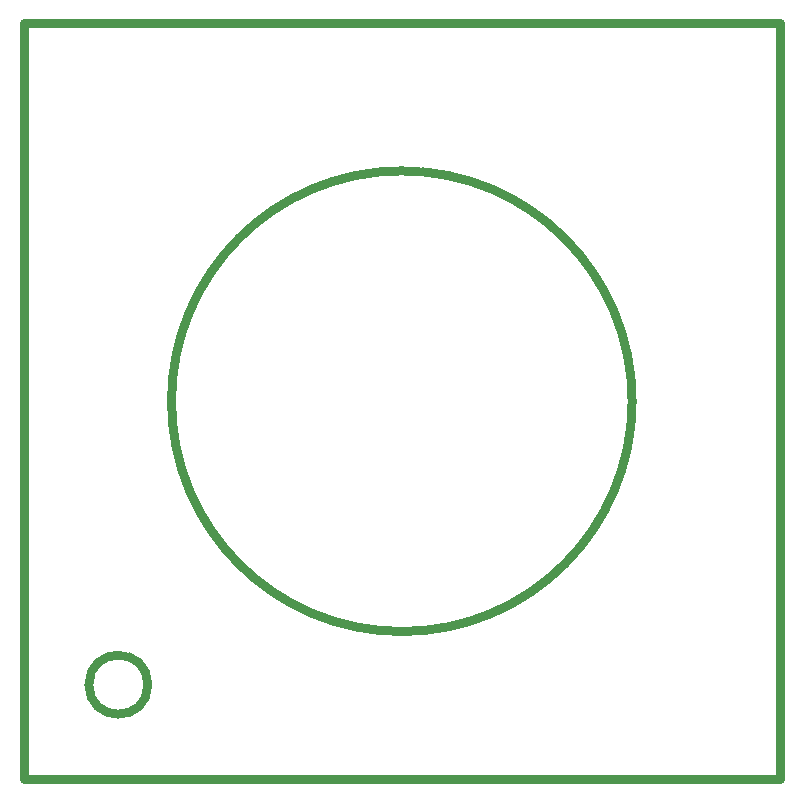
<source format=gko>
G04*
G04 #@! TF.GenerationSoftware,Altium Limited,Altium Designer,18.1.6 (161)*
G04*
G04 Layer_Color=16711935*
%FSTAX25Y25*%
%MOIN*%
G70*
G01*
G75*
%ADD79C,0.03150*%
D79*
X0041364Y0031521D02*
G03*
X0041364Y0031521I-0009843J0D01*
G01*
X0202781Y0126009D02*
G03*
X0202781Y0126009I-0076772J0D01*
G01*
X0000025Y0251993D02*
X0251993D01*
X0000025Y0000025D02*
Y0251993D01*
X0251993Y0000025D02*
Y0251993D01*
X0000025Y0000025D02*
X0251993D01*
M02*

</source>
